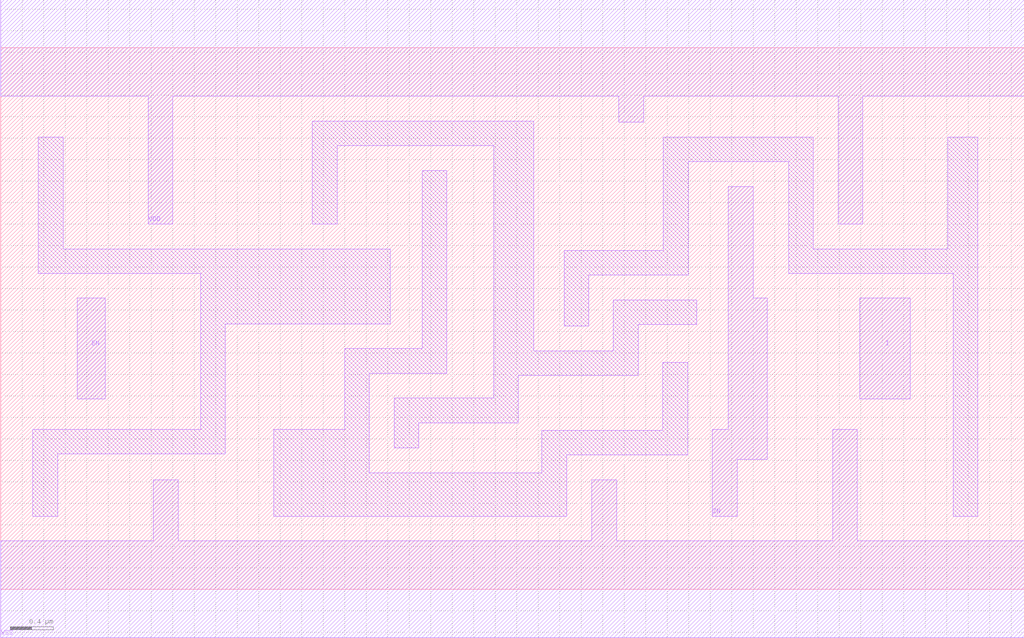
<source format=lef>
# Copyright 2022 GlobalFoundries PDK Authors
#
# Licensed under the Apache License, Version 2.0 (the "License");
# you may not use this file except in compliance with the License.
# You may obtain a copy of the License at
#
#      http://www.apache.org/licenses/LICENSE-2.0
#
# Unless required by applicable law or agreed to in writing, software
# distributed under the License is distributed on an "AS IS" BASIS,
# WITHOUT WARRANTIES OR CONDITIONS OF ANY KIND, either express or implied.
# See the License for the specific language governing permissions and
# limitations under the License.

MACRO gf180mcu_fd_sc_mcu9t5v0__invz_2
  CLASS core ;
  FOREIGN gf180mcu_fd_sc_mcu9t5v0__invz_2 0.0 0.0 ;
  ORIGIN 0 0 ;
  SYMMETRY X Y ;
  SITE GF018hv5v_green_sc9 ;
  SIZE 9.52 BY 5.04 ;
  PIN EN
    DIRECTION INPUT ;
    ANTENNAGATEAREA 3.384 ;
    PORT
      LAYER Metal1 ;
        POLYGON 0.71 1.77 0.97 1.77 0.97 2.71 0.71 2.71  ;
    END
  END EN
  PIN I
    DIRECTION INPUT ;
    ANTENNAGATEAREA 1.692 ;
    PORT
      LAYER Metal1 ;
        POLYGON 7.99 1.77 8.46 1.77 8.46 2.71 7.99 2.71  ;
    END
  END I
  PIN ZN
    DIRECTION OUTPUT ;
    ANTENNADIFFAREA 1.6224 ;
    PORT
      LAYER Metal1 ;
        POLYGON 6.62 0.68 6.85 0.68 6.85 1.21 7.13 1.21 7.13 2.71 7 2.71 7 3.75 6.77 3.75 6.77 1.49 6.62 1.49  ;
    END
  END ZN
  PIN VDD
    DIRECTION INOUT ;
    USE power ;
    SHAPE ABUTMENT ;
    PORT
      LAYER Metal1 ;
        POLYGON 0 4.59 1.37 4.59 1.37 3.4 1.6 3.4 1.6 4.59 5.75 4.59 5.75 4.35 5.98 4.35 5.98 4.59 7.79 4.59 7.79 3.4 8.02 3.4 8.02 4.59 9.09 4.59 9.52 4.59 9.52 5.49 9.09 5.49 0 5.49  ;
    END
  END VDD
  PIN VSS
    DIRECTION INOUT ;
    USE ground ;
    SHAPE ABUTMENT ;
    PORT
      LAYER Metal1 ;
        POLYGON 0 -0.45 9.52 -0.45 9.52 0.45 7.97 0.45 7.97 1.49 7.74 1.49 7.74 0.45 5.73 0.45 5.73 1.02 5.5 1.02 5.5 0.45 1.65 0.45 1.65 1.02 1.42 1.02 1.42 0.45 0 0.45  ;
    END
  END VSS
  OBS
      LAYER Metal1 ;
        POLYGON 0.35 2.94 1.86 2.94 1.86 1.49 0.3 1.49 0.3 0.68 0.53 0.68 0.53 1.26 2.09 1.26 2.09 2.47 3.625 2.47 3.625 3.17 0.58 3.17 0.58 4.21 0.35 4.21  ;
        POLYGON 2.54 0.68 5.265 0.68 5.265 1.25 6.39 1.25 6.39 2.11 6.16 2.11 6.16 1.48 5.035 1.48 5.035 1.085 3.43 1.085 3.43 2.01 4.15 2.01 4.15 3.9 3.92 3.9 3.92 2.24 3.2 2.24 3.2 1.49 2.54 1.49  ;
        POLYGON 2.9 3.4 3.13 3.4 3.13 4.13 4.585 4.13 4.585 1.78 3.66 1.78 3.66 1.315 3.89 1.315 3.89 1.55 4.815 1.55 4.815 1.99 5.93 1.99 5.93 2.465 6.475 2.465 6.475 2.695 5.7 2.695 5.7 2.22 4.96 2.22 4.96 4.36 2.9 4.36  ;
        POLYGON 5.24 2.45 5.47 2.45 5.47 2.925 6.395 2.925 6.395 3.98 7.33 3.98 7.33 2.94 8.86 2.94 8.86 0.68 9.09 0.68 9.09 4.21 8.81 4.21 8.81 3.17 7.56 3.17 7.56 4.21 6.165 4.21 6.165 3.155 5.24 3.155  ;
  END
END gf180mcu_fd_sc_mcu9t5v0__invz_2

</source>
